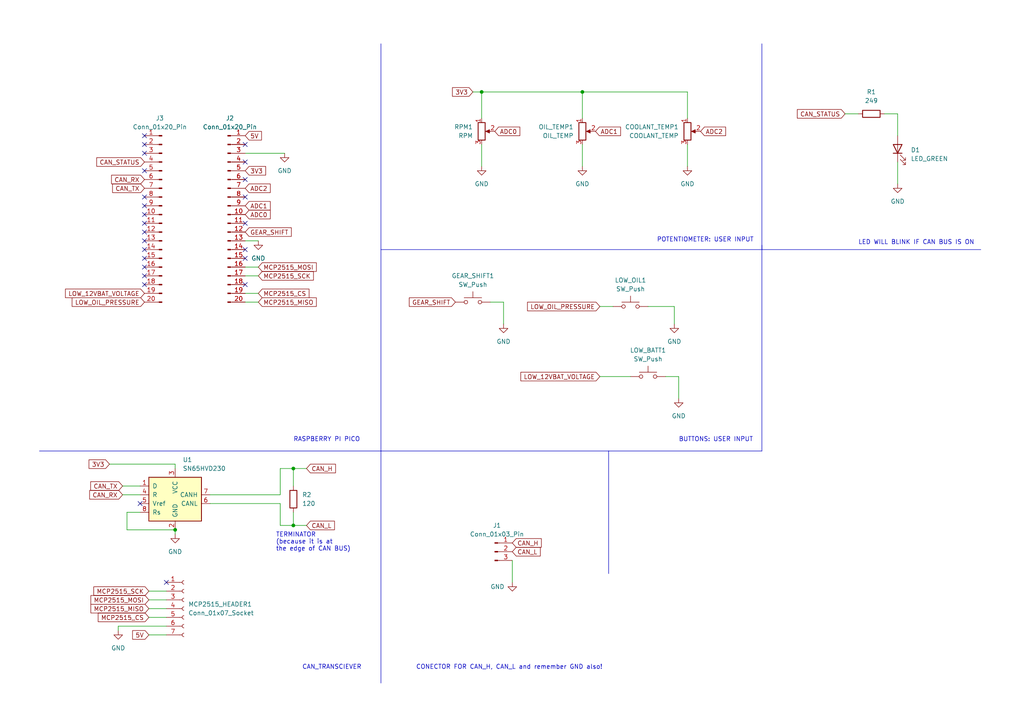
<source format=kicad_sch>
(kicad_sch (version 20231120) (generator "eeschema") (generator_version "8.0")
  (paper "A4")
  (title_block (title "DR-05 ECU-EMULATOR") (date "2024-03-24") (rev "1.0") (company "UPBDRIVE") (comment 1 "tudor.marculescu@stud.etti.upb.ro") (comment 2 "Drawn by: Tudor Marculescu"))
  (lib_symbols
    (symbol "Connector:Conn_01x03_Pin" (pin_names (offset 1.016) hide)
      (property "Reference" "J" (at 0 5.08 0))
      (property "Value" "Conn_01x03_Pin" (at 0 -5.08 0))
      (symbol "Conn_01x03_Pin_1_1"
        (polyline (pts (xy 1.27 -2.54) (xy 0.8636 -2.54)) (stroke (width 0.1524)))
        (polyline (pts (xy 1.27 0) (xy 0.8636 0)) (stroke (width 0.1524)))
        (polyline (pts (xy 1.27 2.54) (xy 0.8636 2.54)) (stroke (width 0.1524)))
        (rectangle (start 0.8636 -2.413) (end 0 -2.667) (stroke (width 0.1524)) (fill (type outline)))
        (rectangle (start 0.8636 0.127) (end 0 -0.127) (stroke (width 0.1524)) (fill (type outline)))
        (rectangle (start 0.8636 2.667) (end 0 2.413) (stroke (width 0.1524)) (fill (type outline)))
        (pin passive line (at 5.08 2.54 180) (length 3.81) (name "Pin_1") (number "1"))
        (pin passive line (at 5.08 0 180) (length 3.81) (name "Pin_2") (number "2"))
        (pin passive line (at 5.08 -2.54 180) (length 3.81) (name "Pin_3") (number "3"))
      )
    )
    (symbol "Connector:Conn_01x07_Socket" (pin_names (offset 1.016) hide)
      (property "Reference" "J" (at 0 10.16 0))
      (property "Value" "Conn_01x07_Socket" (at 0 -10.16 0))
      (symbol "Conn_01x07_Socket_1_1"
        (arc (start 0 -7.112) (mid -0.5058 -7.62) (end 0 -8.128) (stroke (width 0.1524)))
        (arc (start 0 -4.572) (mid -0.5058 -5.08) (end 0 -5.588) (stroke (width 0.1524)))
        (arc (start 0 -2.032) (mid -0.5058 -2.54) (end 0 -3.048) (stroke (width 0.1524)))
        (polyline (pts (xy -1.27 -7.62) (xy -0.508 -7.62)) (stroke (width 0.1524)))
        (polyline (pts (xy -1.27 -5.08) (xy -0.508 -5.08)) (stroke (width 0.1524)))
        (polyline (pts (xy -1.27 -2.54) (xy -0.508 -2.54)) (stroke (width 0.1524)))
        (polyline (pts (xy -1.27 0) (xy -0.508 0)) (stroke (width 0.1524)))
        (polyline (pts (xy -1.27 2.54) (xy -0.508 2.54)) (stroke (width 0.1524)))
        (polyline (pts (xy -1.27 5.08) (xy -0.508 5.08)) (stroke (width 0.1524)))
        (polyline (pts (xy -1.27 7.62) (xy -0.508 7.62)) (stroke (width 0.1524)))
        (arc (start 0 0.508) (mid -0.5058 0) (end 0 -0.508) (stroke (width 0.1524)))
        (arc (start 0 3.048) (mid -0.5058 2.54) (end 0 2.032) (stroke (width 0.1524)))
        (arc (start 0 5.588) (mid -0.5058 5.08) (end 0 4.572) (stroke (width 0.1524)))
        (arc (start 0 8.128) (mid -0.5058 7.62) (end 0 7.112) (stroke (width 0.1524)))
        (pin passive line (at -5.08 7.62 0) (length 3.81) (name "Pin_1") (number "1"))
        (pin passive line (at -5.08 5.08 0) (length 3.81) (name "Pin_2") (number "2"))
        (pin passive line (at -5.08 2.54 0) (length 3.81) (name "Pin_3") (number "3"))
        (pin passive line (at -5.08 0 0) (length 3.81) (name "Pin_4") (number "4"))
        (pin passive line (at -5.08 -2.54 0) (length 3.81) (name "Pin_5") (number "5"))
        (pin passive line (at -5.08 -5.08 0) (length 3.81) (name "Pin_6") (number "6"))
        (pin passive line (at -5.08 -7.62 0) (length 3.81) (name "Pin_7") (number "7"))
      )
    )
    (symbol "Connector:Conn_01x20_Pin" (pin_names (offset 1.016) hide)
      (property "Reference" "J" (at 0 25.4 0))
      (property "Value" "Conn_01x20_Pin" (at 0 -27.94 0))
      (symbol "Conn_01x20_Pin_1_1"
        (polyline (pts (xy 1.27 -25.4) (xy 0.8636 -25.4)) (stroke (width 0.1524)))
        (polyline (pts (xy 1.27 -22.86) (xy 0.8636 -22.86)) (stroke (width 0.1524)))
        (polyline (pts (xy 1.27 -20.32) (xy 0.8636 -20.32)) (stroke (width 0.1524)))
        (polyline (pts (xy 1.27 -17.78) (xy 0.8636 -17.78)) (stroke (width 0.1524)))
        (polyline (pts (xy 1.27 -15.24) (xy 0.8636 -15.24)) (stroke (width 0.1524)))
        (polyline (pts (xy 1.27 -12.7) (xy 0.8636 -12.7)) (stroke (width 0.1524)))
        (polyline (pts (xy 1.27 -10.16) (xy 0.8636 -10.16)) (stroke (width 0.1524)))
        (polyline (pts (xy 1.27 -7.62) (xy 0.8636 -7.62)) (stroke (width 0.1524)))
        (polyline (pts (xy 1.27 -5.08) (xy 0.8636 -5.08)) (stroke (width 0.1524)))
        (polyline (pts (xy 1.27 -2.54) (xy 0.8636 -2.54)) (stroke (width 0.1524)))
        (polyline (pts (xy 1.27 0) (xy 0.8636 0)) (stroke (width 0.1524)))
        (polyline (pts (xy 1.27 2.54) (xy 0.8636 2.54)) (stroke (width 0.1524)))
        (polyline (pts (xy 1.27 5.08) (xy 0.8636 5.08)) (stroke (width 0.1524)))
        (polyline (pts (xy 1.27 7.62) (xy 0.8636 7.62)) (stroke (width 0.1524)))
        (polyline (pts (xy 1.27 10.16) (xy 0.8636 10.16)) (stroke (width 0.1524)))
        (polyline (pts (xy 1.27 12.7) (xy 0.8636 12.7)) (stroke (width 0.1524)))
        (polyline (pts (xy 1.27 15.24) (xy 0.8636 15.24)) (stroke (width 0.1524)))
        (polyline (pts (xy 1.27 17.78) (xy 0.8636 17.78)) (stroke (width 0.1524)))
        (polyline (pts (xy 1.27 20.32) (xy 0.8636 20.32)) (stroke (width 0.1524)))
        (polyline (pts (xy 1.27 22.86) (xy 0.8636 22.86)) (stroke (width 0.1524)))
        (rectangle (start 0.8636 -25.273) (end 0 -25.527) (stroke (width 0.1524)) (fill (type outline)))
        (rectangle (start 0.8636 -22.733) (end 0 -22.987) (stroke (width 0.1524)) (fill (type outline)))
        (rectangle (start 0.8636 -20.193) (end 0 -20.447) (stroke (width 0.1524)) (fill (type outline)))
        (rectangle (start 0.8636 -17.653) (end 0 -17.907) (stroke (width 0.1524)) (fill (type outline)))
        (rectangle (start 0.8636 -15.113) (end 0 -15.367) (stroke (width 0.1524)) (fill (type outline)))
        (rectangle (start 0.8636 -12.573) (end 0 -12.827) (stroke (width 0.1524)) (fill (type outline)))
        (rectangle (start 0.8636 -10.033) (end 0 -10.287) (stroke (width 0.1524)) (fill (type outline)))
        (rectangle (start 0.8636 -7.493) (end 0 -7.747) (stroke (width 0.1524)) (fill (type outline)))
        (rectangle (start 0.8636 -4.953) (end 0 -5.207) (stroke (width 0.1524)) (fill (type outline)))
        (rectangle (start 0.8636 -2.413) (end 0 -2.667) (stroke (width 0.1524)) (fill (type outline)))
        (rectangle (start 0.8636 0.127) (end 0 -0.127) (stroke (width 0.1524)) (fill (type outline)))
        (rectangle (start 0.8636 2.667) (end 0 2.413) (stroke (width 0.1524)) (fill (type outline)))
        (rectangle (start 0.8636 5.207) (end 0 4.953) (stroke (width 0.1524)) (fill (type outline)))
        (rectangle (start 0.8636 7.747) (end 0 7.493) (stroke (width 0.1524)) (fill (type outline)))
        (rectangle (start 0.8636 10.287) (end 0 10.033) (stroke (width 0.1524)) (fill (type outline)))
        (rectangle (start 0.8636 12.827) (end 0 12.573) (stroke (width 0.1524)) (fill (type outline)))
        (rectangle (start 0.8636 15.367) (end 0 15.113) (stroke (width 0.1524)) (fill (type outline)))
        (rectangle (start 0.8636 17.907) (end 0 17.653) (stroke (width 0.1524)) (fill (type outline)))
        (rectangle (start 0.8636 20.447) (end 0 20.193) (stroke (width 0.1524)) (fill (type outline)))
        (rectangle (start 0.8636 22.987) (end 0 22.733) (stroke (width 0.1524)) (fill (type outline)))
        (pin passive line (at 5.08 22.86 180) (length 3.81) (name "Pin_1") (number "1"))
        (pin passive line (at 5.08 0 180) (length 3.81) (name "Pin_10") (number "10"))
        (pin passive line (at 5.08 -2.54 180) (length 3.81) (name "Pin_11") (number "11"))
        (pin passive line (at 5.08 -5.08 180) (length 3.81) (name "Pin_12") (number "12"))
        (pin passive line (at 5.08 -7.62 180) (length 3.81) (name "Pin_13") (number "13"))
        (pin passive line (at 5.08 -10.16 180) (length 3.81) (name "Pin_14") (number "14"))
        (pin passive line (at 5.08 -12.7 180) (length 3.81) (name "Pin_15") (number "15"))
        (pin passive line (at 5.08 -15.24 180) (length 3.81) (name "Pin_16") (number "16"))
        (pin passive line (at 5.08 -17.78 180) (length 3.81) (name "Pin_17") (number "17"))
        (pin passive line (at 5.08 -20.32 180) (length 3.81) (name "Pin_18") (number "18"))
        (pin passive line (at 5.08 -22.86 180) (length 3.81) (name "Pin_19") (number "19"))
        (pin passive line (at 5.08 20.32 180) (length 3.81) (name "Pin_2") (number "2"))
        (pin passive line (at 5.08 -25.4 180) (length 3.81) (name "Pin_20") (number "20"))
        (pin passive line (at 5.08 17.78 180) (length 3.81) (name "Pin_3") (number "3"))
        (pin passive line (at 5.08 15.24 180) (length 3.81) (name "Pin_4") (number "4"))
        (pin passive line (at 5.08 12.7 180) (length 3.81) (name "Pin_5") (number "5"))
        (pin passive line (at 5.08 10.16 180) (length 3.81) (name "Pin_6") (number "6"))
        (pin passive line (at 5.08 7.62 180) (length 3.81) (name "Pin_7") (number "7"))
        (pin passive line (at 5.08 5.08 180) (length 3.81) (name "Pin_8") (number "8"))
        (pin passive line (at 5.08 2.54 180) (length 3.81) (name "Pin_9") (number "9"))
      )
    )
    (symbol "Device:LED" (pin_numbers hide) (pin_names (offset 1.016) hide)
      (property "Reference" "D" (at 0 2.54 0))
      (property "Value" "LED" (at 0 -2.54 0))
      (symbol "LED_0_1"
        (polyline (pts (xy -1.27 -1.27) (xy -1.27 1.27)) (stroke (width 0.254)))
        (polyline (pts (xy -1.27 0) (xy 1.27 0)))
        (polyline (pts (xy 1.27 -1.27) (xy 1.27 1.27) (xy -1.27 0) (xy 1.27 -1.27)) (stroke (width 0.254)))
        (polyline (pts (xy -3.048 -0.762) (xy -4.572 -2.286) (xy -3.81 -2.286) (xy -4.572 -2.286) (xy -4.572 -1.524)))
        (polyline (pts (xy -1.778 -0.762) (xy -3.302 -2.286) (xy -2.54 -2.286) (xy -3.302 -2.286) (xy -3.302 -1.524)))
      )
      (symbol "LED_1_1"
        (pin passive line (at -3.81 0 0) (length 2.54) (name "K") (number "1"))
        (pin passive line (at 3.81 0 180) (length 2.54) (name "A") (number "2"))
      )
    )
    (symbol "Device:R" (pin_numbers hide) (pin_names (offset 0))
      (property "Reference" "R" (at 2.032 0 90))
      (property "Value" "R" (at 0 0 90))
      (symbol "R_0_1"
        (rectangle (start -1.016 -2.54) (end 1.016 2.54) (stroke (width 0.254)))
      )
      (symbol "R_1_1"
        (pin passive line (at 0 3.81 270) (length 1.27) (name "~") (number "1"))
        (pin passive line (at 0 -3.81 90) (length 1.27) (name "~") (number "2"))
      )
    )
    (symbol "Device:R_Potentiometer" (pin_names (offset 1.016) hide)
      (property "Reference" "RV" (at -4.445 0 90))
      (property "Value" "R_Potentiometer" (at -2.54 0 90))
      (symbol "R_Potentiometer_0_1"
        (polyline (pts (xy 2.54 0) (xy 1.524 0)))
        (polyline (pts (xy 1.143 0) (xy 2.286 0.508) (xy 2.286 -0.508) (xy 1.143 0)) (fill (type outline)))
        (rectangle (start 1.016 2.54) (end -1.016 -2.54) (stroke (width 0.254)))
      )
      (symbol "R_Potentiometer_1_1"
        (pin passive line (at 0 3.81 270) (length 1.27) (name "1") (number "1"))
        (pin passive line (at 3.81 0 180) (length 1.27) (name "2") (number "2"))
        (pin passive line (at 0 -3.81 90) (length 1.27) (name "3") (number "3"))
      )
    )
    (symbol "Interface_CAN_LIN:SN65HVD230" (pin_names (offset 1.016))
      (property "Reference" "U" (at -2.54 10.16 0))
      (property "Value" "SN65HVD230" (at -2.54 7.62 0))
      (symbol "SN65HVD230_0_1"
        (rectangle (start -7.62 5.08) (end 7.62 -7.62) (stroke (width 0.254)) (fill (type background)))
      )
      (symbol "SN65HVD230_1_1"
        (pin input line (at -10.16 2.54 0) (length 2.54) (name "D") (number "1"))
        (pin power_in line (at 0 -10.16 90) (length 2.54) (name "GND") (number "2"))
        (pin power_in line (at 0 7.62 270) (length 2.54) (name "VCC") (number "3"))
        (pin output line (at -10.16 0 0) (length 2.54) (name "R") (number "4"))
        (pin output line (at -10.16 -2.54 0) (length 2.54) (name "Vref") (number "5"))
        (pin bidirectional line (at 10.16 -2.54 180) (length 2.54) (name "CANL") (number "6"))
        (pin bidirectional line (at 10.16 0 180) (length 2.54) (name "CANH") (number "7"))
        (pin input line (at -10.16 -5.08 0) (length 2.54) (name "Rs") (number "8"))
      )
    )
    (symbol "Switch:SW_Push" (pin_numbers hide) (pin_names (offset 1.016) hide)
      (property "Reference" "SW" (at 1.27 2.54 0))
      (property "Value" "SW_Push" (at 0 -1.524 0))
      (symbol "SW_Push_0_1"
        (circle (center -2.032 0) (radius 0.508))
        (polyline (pts (xy 0 1.27) (xy 0 3.048)))
        (polyline (pts (xy 2.54 1.27) (xy -2.54 1.27)))
        (circle (center 2.032 0) (radius 0.508))
        (pin passive line (at -5.08 0 0) (length 2.54) (name "1") (number "1"))
        (pin passive line (at 5.08 0 180) (length 2.54) (name "2") (number "2"))
      )
    )
    (symbol "power:GND" (power) (pin_names (offset 0))
      (property "Value" "GND" (at 0 -3.81 0))
      (symbol "GND_0_1"
        (polyline (pts (xy 0 0) (xy 0 -1.27) (xy 1.27 -1.27) (xy 0 -2.54) (xy -1.27 -1.27) (xy 0 -1.27)))
      )
      (symbol "GND_1_1"
        (pin power_in line (at 0 0 270) (length 0) hide (name "GND") (number "1"))
      )
    )
  )
  (junction (at 85.09 152.4))
  (junction (at 139.7 26.67))
  (junction (at 168.91 26.67))
  (junction (at 85.09 135.89))
  (junction (at 50.8 153.67))
  (no_connect (at 41.91 62.23))
  (no_connect (at 41.91 80.01))
  (no_connect (at 41.91 57.15))
  (no_connect (at 71.12 64.77))
  (no_connect (at 71.12 41.91))
  (no_connect (at 41.91 44.45))
  (no_connect (at 41.91 82.55))
  (no_connect (at 41.91 64.77))
  (no_connect (at 41.91 69.85))
  (no_connect (at 48.26 168.91))
  (no_connect (at 41.91 74.93))
  (no_connect (at 40.64 146.05))
  (no_connect (at 71.12 74.93))
  (no_connect (at 41.91 49.53))
  (no_connect (at 71.12 57.15))
  (no_connect (at 41.91 77.47))
  (no_connect (at 41.91 72.39))
  (no_connect (at 41.91 39.37))
  (no_connect (at 71.12 52.07))
  (no_connect (at 41.91 67.31))
  (no_connect (at 41.91 59.69))
  (no_connect (at 71.12 82.55))
  (no_connect (at 71.12 46.99))
  (no_connect (at 71.12 72.39))
  (no_connect (at 41.91 41.91))
  (wire (pts (xy 71.12 87.63) (xy 74.93 87.63)))
  (wire (pts (xy 146.05 93.98) (xy 146.05 87.63)))
  (wire (pts (xy 50.8 154.94) (xy 50.8 153.67)))
  (polyline (pts (xy 220.98 72.39) (xy 110.49 72.39)))
  (polyline (pts (xy 11.43 130.81) (xy 110.49 130.81)))
  (wire (pts (xy 71.12 77.47) (xy 74.93 77.47)))
  (wire (pts (xy 36.83 148.59) (xy 36.83 153.67)))
  (wire (pts (xy 43.18 184.15) (xy 48.26 184.15)))
  (wire (pts (xy 40.64 148.59) (xy 36.83 148.59)))
  (wire (pts (xy 43.18 176.53) (xy 48.26 176.53)))
  (wire (pts (xy 71.12 85.09) (xy 74.93 85.09)))
  (wire (pts (xy 71.12 69.85) (xy 74.93 69.85)))
  (wire (pts (xy 50.8 134.62) (xy 50.8 135.89)))
  (wire (pts (xy 187.96 88.9) (xy 195.58 88.9)))
  (wire (pts (xy 245.11 33.02) (xy 248.92 33.02)))
  (polyline (pts (xy 110.49 130.81) (xy 110.49 198.12)))
  (wire (pts (xy 260.35 39.37) (xy 260.35 33.02)))
  (wire (pts (xy 81.28 152.4) (xy 81.28 146.05)))
  (wire (pts (xy 43.18 171.45) (xy 48.26 171.45)))
  (wire (pts (xy 85.09 135.89) (xy 85.09 140.97)))
  (wire (pts (xy 139.7 26.67) (xy 139.7 34.29)))
  (wire (pts (xy 146.05 87.63) (xy 142.24 87.63)))
  (wire (pts (xy 195.58 88.9) (xy 195.58 93.98)))
  (wire (pts (xy 81.28 152.4) (xy 85.09 152.4)))
  (wire (pts (xy 196.85 109.22) (xy 193.04 109.22)))
  (wire (pts (xy 81.28 135.89) (xy 81.28 143.51)))
  (wire (pts (xy 168.91 26.67) (xy 199.39 26.67)))
  (wire (pts (xy 168.91 26.67) (xy 168.91 34.29)))
  (wire (pts (xy 85.09 148.59) (xy 85.09 152.4)))
  (polyline (pts (xy 110.49 130.81) (xy 220.98 130.81)))
  (wire (pts (xy 71.12 44.45) (xy 82.55 44.45)))
  (wire (pts (xy 85.09 135.89) (xy 88.9 135.89)))
  (wire (pts (xy 36.83 153.67) (xy 50.8 153.67)))
  (wire (pts (xy 35.56 140.97) (xy 40.64 140.97)))
  (polyline (pts (xy 220.98 12.7) (xy 220.98 72.39)))
  (polyline (pts (xy 176.53 130.81) (xy 176.53 130.81)))
  (wire (pts (xy 196.85 115.57) (xy 196.85 109.22)))
  (wire (pts (xy 85.09 135.89) (xy 81.28 135.89)))
  (wire (pts (xy 60.96 146.05) (xy 81.28 146.05)))
  (wire (pts (xy 173.99 109.22) (xy 182.88 109.22)))
  (wire (pts (xy 34.29 181.61) (xy 48.26 181.61)))
  (polyline (pts (xy 220.98 130.81) (xy 220.98 71.12)))
  (polyline (pts (xy 220.98 72.39) (xy 284.48 72.39)))
  (polyline (pts (xy 110.49 12.7) (xy 110.49 130.81)))
  (wire (pts (xy 139.7 26.67) (xy 168.91 26.67)))
  (wire (pts (xy 35.56 143.51) (xy 40.64 143.51)))
  (wire (pts (xy 34.29 181.61) (xy 34.29 182.88)))
  (wire (pts (xy 148.59 162.56) (xy 148.59 168.91)))
  (polyline (pts (xy 176.53 166.37) (xy 176.53 130.81)))
  (wire (pts (xy 137.16 26.67) (xy 139.7 26.67)))
  (wire (pts (xy 31.75 134.62) (xy 50.8 134.62)))
  (wire (pts (xy 199.39 26.67) (xy 199.39 34.29)))
  (wire (pts (xy 60.96 143.51) (xy 81.28 143.51)))
  (wire (pts (xy 43.18 179.07) (xy 48.26 179.07)))
  (wire (pts (xy 173.99 88.9) (xy 177.8 88.9)))
  (wire (pts (xy 43.18 173.99) (xy 48.26 173.99)))
  (wire (pts (xy 71.12 80.01) (xy 74.93 80.01)))
  (wire (pts (xy 168.91 41.91) (xy 168.91 48.26)))
  (wire (pts (xy 199.39 41.91) (xy 199.39 48.26)))
  (wire (pts (xy 139.7 41.91) (xy 139.7 48.26)))
  (wire (pts (xy 260.35 33.02) (xy 256.54 33.02)))
  (wire (pts (xy 85.09 152.4) (xy 88.9 152.4)))
  (wire (pts (xy 260.35 46.99) (xy 260.35 53.34)))
  (text "TERMINATOR\n(because it is at\nthe edge of CAN BUS)\n" (at 80.01 160.02 0) (effects (font (size 1.27 1.27)) (justify left bottom)))
  (text "LED WILL BLINK IF CAN BUS IS ON\n" (at 248.92 71.12 0) (effects (font (size 1.27 1.27)) (justify left bottom)))
  (text "CAN_TRANSCIEVER\n" (at 87.63 194.31 0) (effects (font (size 1.27 1.27)) (justify left bottom)))
  (text "CONECTOR FOR CAN_H, CAN_L and remember GND also!" (at 120.65 194.31 0) (effects (font (size 1.27 1.27)) (justify left bottom)))
  (text "POTENTIOMETER: USER INPUT\n\n" (at 190.5 72.39 0) (effects (font (size 1.27 1.27)) (justify left bottom)))
  (text "RASPBERRY PI PICO\n" (at 85.09 128.27 0) (effects (font (size 1.27 1.27)) (justify left bottom)))
  (text "BUTTONS: USER INPUT\n" (at 196.85 128.27 0) (effects (font (size 1.27 1.27)) (justify left bottom)))
  (global_label "CAN_H" (shape input) (at 148.59 157.48 0) (property "Intersheetrefs" "${INTERSHEET_REFS}" (effects (hide yes))))
  (global_label "GEAR_SHIFT" (shape input) (at 71.12 67.31 0) (property "Intersheetrefs" "${INTERSHEET_REFS}" (effects (hide yes))))
  (global_label "CAN_STATUS" (shape input) (at 41.91 46.99 180) (property "Intersheetrefs" "${INTERSHEET_REFS}" (effects (hide yes))))
  (global_label "LOW_12VBAT_VOLTAGE" (shape input) (at 173.99 109.22 180) (property "Intersheetrefs" "${INTERSHEET_REFS}" (effects (hide yes))))
  (global_label "CAN_H" (shape input) (at 88.9 135.89 0) (property "Intersheetrefs" "${INTERSHEET_REFS}" (effects (hide yes))))
  (global_label "ADC0" (shape input) (at 71.12 62.23 0) (property "Intersheetrefs" "${INTERSHEET_REFS}" (effects (hide yes))))
  (global_label "CAN_L" (shape input) (at 148.59 160.02 0) (property "Intersheetrefs" "${INTERSHEET_REFS}" (effects (hide yes))))
  (global_label "LOW_12VBAT_VOLTAGE" (shape input) (at 41.91 85.09 180) (property "Intersheetrefs" "${INTERSHEET_REFS}" (effects (hide yes))))
  (global_label "CAN_STATUS" (shape input) (at 245.11 33.02 180) (property "Intersheetrefs" "${INTERSHEET_REFS}" (effects (hide yes))))
  (global_label "LOW_OIL_PRESSURE" (shape input) (at 41.91 87.63 180) (property "Intersheetrefs" "${INTERSHEET_REFS}" (effects (hide yes))))
  (global_label "CAN_TX" (shape input) (at 41.91 54.61 180) (property "Intersheetrefs" "${INTERSHEET_REFS}" (effects (hide yes))))
  (global_label "MCP2515_CS" (shape input) (at 74.93 85.09 0) (property "Intersheetrefs" "${INTERSHEET_REFS}" (effects (hide yes))))
  (global_label "MCP2515_MISO" (shape input) (at 43.18 176.53 180) (property "Intersheetrefs" "${INTERSHEET_REFS}" (effects (hide yes))))
  (global_label "ADC1" (shape input) (at 172.72 38.1 0) (property "Intersheetrefs" "${INTERSHEET_REFS}" (effects (hide yes))))
  (global_label "ADC0" (shape input) (at 143.51 38.1 0) (property "Intersheetrefs" "${INTERSHEET_REFS}" (effects (hide yes))))
  (global_label "MCP2515_CS" (shape input) (at 43.18 179.07 180) (property "Intersheetrefs" "${INTERSHEET_REFS}" (effects (hide yes))))
  (global_label "MCP2515_MISO" (shape input) (at 74.93 87.63 0) (property "Intersheetrefs" "${INTERSHEET_REFS}" (effects (hide yes))))
  (global_label "LOW_OIL_PRESSURE" (shape input) (at 173.99 88.9 180) (property "Intersheetrefs" "${INTERSHEET_REFS}" (effects (hide yes))))
  (global_label "3V3" (shape input) (at 31.75 134.62 180) (property "Intersheetrefs" "${INTERSHEET_REFS}" (effects (hide yes))))
  (global_label "CAN_TX" (shape input) (at 35.56 140.97 180) (property "Intersheetrefs" "${INTERSHEET_REFS}" (effects (hide yes))))
  (global_label "MCP2515_SCK" (shape input) (at 74.93 80.01 0) (property "Intersheetrefs" "${INTERSHEET_REFS}" (effects (hide yes))))
  (global_label "MCP2515_SCK" (shape input) (at 43.18 171.45 180) (property "Intersheetrefs" "${INTERSHEET_REFS}" (effects (hide yes))))
  (global_label "CAN_RX" (shape input) (at 35.56 143.51 180) (property "Intersheetrefs" "${INTERSHEET_REFS}" (effects (hide yes))))
  (global_label "MCP2515_MOSI" (shape input) (at 74.93 77.47 0) (property "Intersheetrefs" "${INTERSHEET_REFS}" (effects (hide yes))))
  (global_label "GEAR_SHIFT" (shape input) (at 132.08 87.63 180) (property "Intersheetrefs" "${INTERSHEET_REFS}" (effects (hide yes))))
  (global_label "3V3" (shape input) (at 137.16 26.67 180) (property "Intersheetrefs" "${INTERSHEET_REFS}" (effects (hide yes))))
  (global_label "CAN_RX" (shape input) (at 41.91 52.07 180) (property "Intersheetrefs" "${INTERSHEET_REFS}" (effects (hide yes))))
  (global_label "ADC2" (shape input) (at 71.12 54.61 0) (property "Intersheetrefs" "${INTERSHEET_REFS}" (effects (hide yes))))
  (global_label "MCP2515_MOSI" (shape input) (at 43.18 173.99 180) (property "Intersheetrefs" "${INTERSHEET_REFS}" (effects (hide yes))))
  (global_label "ADC1" (shape input) (at 71.12 59.69 0) (property "Intersheetrefs" "${INTERSHEET_REFS}" (effects (hide yes))))
  (global_label "CAN_L" (shape input) (at 88.9 152.4 0) (property "Intersheetrefs" "${INTERSHEET_REFS}" (effects (hide yes))))
  (global_label "5V" (shape input) (at 71.12 39.37 0) (property "Intersheetrefs" "${INTERSHEET_REFS}" (effects (hide yes))))
  (global_label "5V" (shape input) (at 43.18 184.15 180) (property "Intersheetrefs" "${INTERSHEET_REFS}" (effects (hide yes))))
  (global_label "ADC2" (shape input) (at 203.2 38.1 0) (property "Intersheetrefs" "${INTERSHEET_REFS}" (effects (hide yes))))
  (global_label "3V3" (shape input) (at 71.12 49.53 0) (property "Intersheetrefs" "${INTERSHEET_REFS}" (effects (hide yes))))
  (symbol (lib_id "Connector:Conn_01x20_Pin") (at 46.99 62.23 0) (mirror y) (unit 1)
    (property "Reference" "J3" (at 46.355 34.29 0))
    (property "Value" "Conn_01x20_Pin" (at 46.355 36.83 0))
    (property "Footprint" "Connector_PinHeader_2.54mm:PinHeader_1x20_P2.54mm_Vertical" (effects (hide yes)))
    (property "Datasheet" "https://www.mouser.co.uk/datasheet/2/181/M20-999-1218971.pdf" (effects (hide yes)))
    (property "Mouser Price/Stock" "https://www.mouser.co.uk/ProductDetail/Harwin/M20-9992046?qs=%252Bk6%2F5FB6qrkVgm0dNoxueg%3D%3D" (effects (hide yes)))
  )
  (symbol (lib_id "power:GND") (at 50.8 154.94 0) (unit 1)
    (property "Reference" "#PWR06" (effects (hide yes)))
    (property "Value" "GND" (at 50.8 160.02 0))
  )
  (symbol (lib_id "power:GND") (at 139.7 48.26 0) (unit 1)
    (property "Reference" "#PWR01" (effects (hide yes)))
    (property "Value" "GND" (at 139.7 53.34 0))
  )
  (symbol (lib_id "power:GND") (at 34.29 182.88 0) (unit 1)
    (property "Reference" "#PWR07" (effects (hide yes)))
    (property "Value" "GND" (at 34.29 187.96 0))
  )
  (symbol (lib_id "power:GND") (at 168.91 48.26 0) (unit 1)
    (property "Reference" "#PWR02" (effects (hide yes)))
    (property "Value" "GND" (at 168.91 53.34 0))
  )
  (symbol (lib_id "Device:R") (at 85.09 144.78 0) (unit 1)
    (property "Reference" "R2" (at 87.63 143.51 0) (effects (justify left)))
    (property "Value" "120" (at 87.63 146.05 0) (effects (justify left)))
    (property "Footprint" "Resistor_SMD:R_1210_3225Metric_Pad1.30x2.65mm_HandSolder" (effects (hide yes)))
    (property "Datasheet" "https://www.mouser.co.uk/datasheet/2/447/PYu_RC_Group_51_RoHS_L_11-1984063.pdf" (effects (hide yes)))
    (property "Mouser Price/Stock" "https://www.mouser.co.uk/ProductDetail/YAGEO/RC1210JR-13120RL?qs=qpJ%252B%252B%252Bdg6p3wDlUWdPJ5VQ%3D%3D" (effects (hide yes)))
  )
  (symbol (lib_id "Device:R_Potentiometer") (at 168.91 38.1 0) (unit 1)
    (property "Reference" "OIL_TEMP1" (at 166.37 36.83 0) (effects (justify right)))
    (property "Value" "OIL_TEMP" (at 166.37 39.37 0) (effects (justify right)))
    (property "Footprint" "Potentiometer_THT:Potentiometer_Alps_RK163_Single_Horizontal" (effects (hide yes)))
    (property "Datasheet" "https://eu.mouser.com/datasheet/2/670/ptn16-3196298.pdf" (effects (hide yes)))
    (property "Mouser Price/Stock" "https://eu.mouser.com/ProductDetail/CUI-Devices/PTN16-A50115K1B1?qs=VJzv269c%252BPYgMEvZAio5MQ%3D%3D" (effects (hide yes)))
  )
  (symbol (lib_id "power:GND") (at 74.93 69.85 0) (unit 1)
    (property "Reference" "#PWR012" (effects (hide yes)))
    (property "Value" "GND" (at 74.93 74.93 0))
  )
  (symbol (lib_id "power:GND") (at 148.59 168.91 0) (unit 1)
    (property "Reference" "#PWR010" (effects (hide yes)))
    (property "Value" "GND" (at 142.24 170.18 0) (effects (justify left)))
  )
  (symbol (lib_id "Connector:Conn_01x20_Pin") (at 66.04 62.23 0) (unit 1)
    (property "Reference" "J2" (at 66.675 34.29 0))
    (property "Value" "Conn_01x20_Pin" (at 66.675 36.83 0))
    (property "Footprint" "Connector_PinHeader_2.54mm:PinHeader_1x20_P2.54mm_Vertical" (effects (hide yes)))
    (property "Datasheet" "https://www.mouser.co.uk/datasheet/2/181/M20-999-1218971.pdf" (effects (hide yes)))
    (property "Mouser Price/Stock" "https://www.mouser.co.uk/ProductDetail/Harwin/M20-9992046?qs=%252Bk6%2F5FB6qrkVgm0dNoxueg%3D%3D" (effects (hide yes)))
  )
  (symbol (lib_id "Connector:Conn_01x03_Pin") (at 143.51 160.02 0) (unit 1)
    (property "Reference" "J1" (at 144.145 152.4 0))
    (property "Value" "Conn_01x03_Pin" (at 144.145 154.94 0))
    (property "Footprint" "Connector_PinHeader_2.54mm:PinHeader_1x03_P2.54mm_Vertical" (effects (hide yes)))
    (property "Datasheet" "https://www.mouser.co.uk/datasheet/2/181/M20-999-1218971.pdf" (effects (hide yes)))
    (property "Mouser Price/Stock" "https://www.mouser.co.uk/ProductDetail/Harwin/M20-9992046?qs=%252Bk6%2F5FB6qrkVgm0dNoxueg%3D%3D" (effects (hide yes)))
  )
  (symbol (lib_id "Device:R_Potentiometer") (at 199.39 38.1 0) (unit 1)
    (property "Reference" "COOLANT_TEMP1" (at 196.85 36.83 0) (effects (justify right)))
    (property "Value" "COOLANT_TEMP" (at 196.85 39.37 0) (effects (justify right)))
    (property "Footprint" "Potentiometer_THT:Potentiometer_Alps_RK163_Single_Horizontal" (effects (hide yes)))
    (property "Datasheet" "https://eu.mouser.com/datasheet/2/670/ptn16-3196298.pdf" (effects (hide yes)))
    (property "Mouser Price/Stock" "https://eu.mouser.com/ProductDetail/CUI-Devices/PTN16-A50115K1B1?qs=VJzv269c%252BPYgMEvZAio5MQ%3D%3D" (effects (hide yes)))
  )
  (symbol (lib_id "Device:LED") (at 260.35 43.18 90) (unit 1)
    (property "Reference" "D1" (at 264.16 43.4975 90) (effects (justify right)))
    (property "Value" "LED_GREEN" (at 264.16 46.0375 90) (effects (justify right)))
    (property "Footprint" "Diode_SMD:D_1210_3225Metric" (effects (hide yes)))
    (property "Datasheet" "https://www.mouser.co.uk/datasheet/2/678/AV02-0389EN_2019-10-31-1827967.pdf" (effects (hide yes)))
    (property "Mouser Price/Stock" "https://www.mouser.co.uk/ProductDetail/Broadcom-Avago/ASMT-BG20-AS000?qs=ZNK0BnemlqFrc3sIHSfGyw%3D%3D" (effects (hide yes)))
  )
  (symbol (lib_id "power:GND") (at 82.55 44.45 0) (unit 1)
    (property "Reference" "#PWR011" (effects (hide yes)))
    (property "Value" "GND" (at 82.55 49.53 0))
  )
  (symbol (lib_id "Device:R") (at 252.73 33.02 90) (unit 1)
    (property "Reference" "R1" (at 252.73 26.67 90))
    (property "Value" "249" (at 252.73 29.21 90))
    (property "Footprint" "Resistor_SMD:R_1210_3225Metric_Pad1.30x2.65mm_HandSolder" (effects (hide yes)))
    (property "Datasheet" "https://www.yageo.com/upload/media/product/productsearch/datasheet/rchip/PYu-AC_51_RoHS_L_11.pdf" (effects (hide yes)))
    (property "Mouser Price/Stock" "https://www.mouser.co.uk/ProductDetail/YAGEO/AC1210FR-07249RL?qs=9h0bZHM%2F3zLfUZmwuLVpmw%3D%3D" (effects (hide yes)))
  )
  (symbol (lib_id "power:GND") (at 146.05 93.98 0) (unit 1)
    (property "Reference" "#PWR04" (effects (hide yes)))
    (property "Value" "GND" (at 146.05 99.06 0))
  )
  (symbol (lib_id "power:GND") (at 195.58 93.98 0) (unit 1)
    (property "Reference" "#PWR05" (effects (hide yes)))
    (property "Value" "GND" (at 195.58 99.06 0))
  )
  (symbol (lib_id "Switch:SW_Push") (at 187.96 109.22 0) (unit 1)
    (property "Reference" "LOW_BATT1" (at 187.96 101.6 0))
    (property "Value" "SW_Push" (at 187.96 104.14 0))
    (property "Footprint" "Button_Switch_THT:SW_PUSH_6mm" (effects (hide yes)))
    (property "Datasheet" "https://eu.mouser.com/datasheet/2/670/ts02-2586188.pdf" (effects (hide yes)))
    (property "Mouser Price/Stock" "https://eu.mouser.com/ProductDetail/CUI-Devices/TS02-66-73-BK-160-LCR-D?qs=A6eO%252BMLsxmRS0d91%252BbnBQQ%3D%3D" (effects (hide yes)))
  )
  (symbol (lib_id "Interface_CAN_LIN:SN65HVD230") (at 50.8 143.51 0) (unit 1)
    (property "Reference" "U1" (at 52.9941 133.35 0) (effects (justify left)))
    (property "Value" "SN65HVD230" (at 52.9941 135.89 0) (effects (justify left)))
    (property "Footprint" "Package_SO:SOIC-8_3.9x4.9mm_P1.27mm" (effects (hide yes)))
    (property "Datasheet" "http://www.ti.com/lit/ds/symlink/sn65hvd230.pdf" (effects (hide yes)))
    (property "Mouser Price/Stock" "https://eu.mouser.com/ProductDetail/Texas-Instruments/SN65HVD230DR?qs=QViXGNcIEAtifeQR3pYVUQ%3D%3D" (effects (hide yes)))
  )
  (symbol (lib_id "Connector:Conn_01x07_Socket") (at 53.34 176.53 0) (unit 1)
    (property "Reference" "MCP2515_HEADER1" (at 54.61 175.26 0) (effects (justify left)))
    (property "Value" "Conn_01x07_Socket" (at 54.61 177.8 0) (effects (justify left)))
    (property "Footprint" "Connector_PinHeader_2.54mm:PinHeader_1x07_P2.54mm_Vertical" (effects (hide yes)))
    (property "Datasheet" "https://www.mouser.co.uk/datasheet/2/181/M20-999-1218971.pdf" (effects (hide yes)))
    (property "Mouser Price/Stock" "https://www.mouser.co.uk/ProductDetail/Harwin/M20-9992046?qs=%252Bk6%2F5FB6qrkVgm0dNoxueg%3D%3D" (effects (hide yes)))
  )
  (symbol (lib_id "Switch:SW_Push") (at 182.88 88.9 0) (unit 1)
    (property "Reference" "LOW_OIL1" (at 182.88 81.28 0))
    (property "Value" "SW_Push" (at 182.88 83.82 0))
    (property "Footprint" "Button_Switch_THT:SW_PUSH_6mm" (effects (hide yes)))
    (property "Datasheet" "https://eu.mouser.com/datasheet/2/670/ts02-2586188.pdf" (effects (hide yes)))
    (property "Mouser Price/Stock" "https://eu.mouser.com/ProductDetail/CUI-Devices/TS02-66-73-BK-160-LCR-D?qs=A6eO%252BMLsxmRS0d91%252BbnBQQ%3D%3D" (effects (hide yes)))
  )
  (symbol (lib_id "power:GND") (at 196.85 115.57 0) (unit 1)
    (property "Reference" "#PWR08" (effects (hide yes)))
    (property "Value" "GND" (at 196.85 120.65 0))
  )
  (symbol (lib_id "power:GND") (at 199.39 48.26 0) (unit 1)
    (property "Reference" "#PWR03" (effects (hide yes)))
    (property "Value" "GND" (at 199.39 53.34 0))
  )
  (symbol (lib_id "power:GND") (at 260.35 53.34 0) (unit 1)
    (property "Reference" "#PWR09" (effects (hide yes)))
    (property "Value" "GND" (at 260.35 58.42 0))
  )
  (symbol (lib_id "Switch:SW_Push") (at 137.16 87.63 0) (unit 1)
    (property "Reference" "GEAR_SHIFT1" (at 137.16 80.01 0))
    (property "Value" "SW_Push" (at 137.16 82.55 0))
    (property "Footprint" "Button_Switch_THT:SW_PUSH_6mm" (effects (hide yes)))
    (property "Datasheet" "https://eu.mouser.com/datasheet/2/670/ts02-2586188.pdf" (effects (hide yes)))
    (property "Mouser Price/Stock" "https://eu.mouser.com/ProductDetail/CUI-Devices/TS02-66-73-BK-160-LCR-D?qs=A6eO%252BMLsxmRS0d91%252BbnBQQ%3D%3D" (effects (hide yes)))
  )
  (symbol (lib_id "Device:R_Potentiometer") (at 139.7 38.1 0) (unit 1)
    (property "Reference" "RPM1" (at 137.16 36.83 0) (effects (justify right)))
    (property "Value" "RPM" (at 137.16 39.37 0) (effects (justify right)))
    (property "Footprint" "Potentiometer_THT:Potentiometer_Alps_RK163_Single_Horizontal" (effects (hide yes)))
    (property "Datasheet" "https://eu.mouser.com/datasheet/2/670/ptn16-3196298.pdf" (effects (hide yes)))
    (property "Mouser Price/Stock" "https://eu.mouser.com/ProductDetail/CUI-Devices/PTN16-A50115K1B1?qs=VJzv269c%252BPYgMEvZAio5MQ%3D%3D" (effects (hide yes)))
  )
)
</source>
